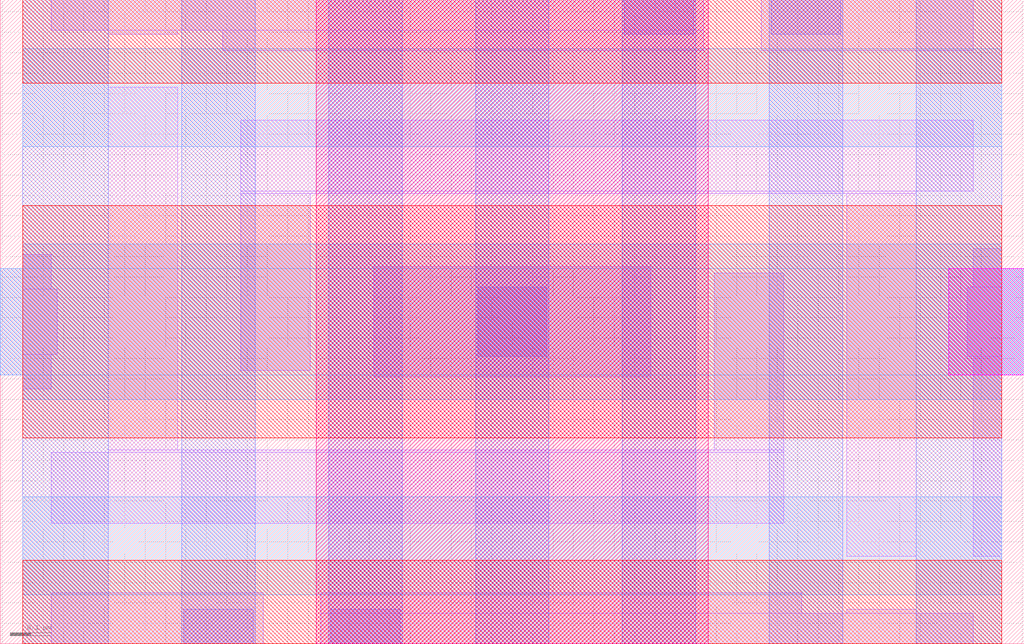
<source format=lef>
# Copyright 2020 The SkyWater PDK Authors
#
# Licensed under the Apache License, Version 2.0 (the "License");
# you may not use this file except in compliance with the License.
# You may obtain a copy of the License at
#
#     https://www.apache.org/licenses/LICENSE-2.0
#
# Unless required by applicable law or agreed to in writing, software
# distributed under the License is distributed on an "AS IS" BASIS,
# WITHOUT WARRANTIES OR CONDITIONS OF ANY KIND, either express or implied.
# See the License for the specific language governing permissions and
# limitations under the License.
#
# SPDX-License-Identifier: Apache-2.0

VERSION 5.7 ;
  NOWIREEXTENSIONATPIN ON ;
  DIVIDERCHAR "/" ;
  BUSBITCHARS "[]" ;
MACRO sky130_fd_bd_sram__sram_dp_cell_opt4
  CLASS BLOCK ;
  FOREIGN sky130_fd_bd_sram__sram_dp_cell_opt4 ;
  ORIGIN  0.055000  0.000000 ;
  SIZE  2.510000 BY  1.580000 ;
  OBS
    LAYER li1 ;
      RECT 0.000000 0.625000 0.070000 0.710000 ;
      RECT 0.000000 0.710000 0.085000 0.870000 ;
      RECT 0.000000 0.870000 0.070000 0.955000 ;
      RECT 0.070000 0.000000 0.590000 0.125000 ;
      RECT 0.070000 0.295000 1.865000 0.470000 ;
      RECT 0.070000 1.505000 1.670000 1.580000 ;
      RECT 0.210000 0.470000 1.865000 0.475000 ;
      RECT 0.210000 0.475000 0.380000 1.365000 ;
      RECT 0.210000 1.495000 0.380000 1.505000 ;
      RECT 0.490000 1.455000 1.670000 1.505000 ;
      RECT 0.535000 0.670000 0.705000 1.105000 ;
      RECT 0.535000 1.105000 2.190000 1.110000 ;
      RECT 0.535000 1.110000 2.330000 1.285000 ;
      RECT 0.730000 0.000000 2.330000 0.075000 ;
      RECT 0.730000 0.075000 1.910000 0.125000 ;
      RECT 0.860000 0.655000 1.540000 0.925000 ;
      RECT 1.695000 0.475000 1.865000 0.910000 ;
      RECT 1.810000 1.455000 2.330000 1.580000 ;
      RECT 2.020000 0.075000 2.190000 0.085000 ;
      RECT 2.020000 0.215000 2.190000 1.105000 ;
      RECT 2.315000 0.705000 2.400000 0.875000 ;
      RECT 2.330000 0.215000 2.400000 0.705000 ;
      RECT 2.330000 0.875000 2.400000 0.970000 ;
    LAYER mcon ;
      RECT 0.395000 0.000000 0.565000 0.085000 ;
      RECT 0.755000 0.000000 0.925000 0.085000 ;
      RECT 1.115000 0.705000 1.285000 0.875000 ;
      RECT 1.475000 1.495000 1.645000 1.580000 ;
      RECT 1.835000 1.495000 2.005000 1.580000 ;
    LAYER met1 ;
      RECT -0.055000 0.660000 0.210000 0.920000 ;
      RECT  0.000000 0.000000 0.210000 0.660000 ;
      RECT  0.000000 0.920000 0.210000 1.580000 ;
      RECT  0.390000 0.000000 0.570000 1.580000 ;
      RECT  0.750000 0.000000 0.930000 1.580000 ;
      RECT  1.110000 0.000000 1.290000 1.580000 ;
      RECT  1.470000 0.000000 1.650000 1.580000 ;
      RECT  1.830000 0.000000 2.010000 1.580000 ;
      RECT  2.190000 0.000000 2.400000 0.660000 ;
      RECT  2.190000 0.660000 2.455000 0.920000 ;
      RECT  2.190000 0.920000 2.400000 1.580000 ;
    LAYER met2 ;
      RECT -0.055000 0.660000 2.455000 0.920000 ;
      RECT  0.000000 0.120000 2.400000 0.360000 ;
      RECT  0.000000 0.600000 2.400000 0.660000 ;
      RECT  0.000000 0.920000 2.400000 0.980000 ;
      RECT  0.000000 1.220000 2.400000 1.460000 ;
    LAYER met3 ;
      RECT 0.000000 0.000000 2.400000 0.205000 ;
      RECT 0.000000 0.505000 2.400000 1.075000 ;
      RECT 0.000000 1.375000 2.400000 1.580000 ;
    LAYER nwell ;
      RECT 0.720000 0.000000 1.680000 1.580000 ;
    LAYER via ;
      RECT 2.270000 0.660000 2.455000 0.920000 ;
  END
END sky130_fd_bd_sram__sram_dp_cell_opt4
END LIBRARY

</source>
